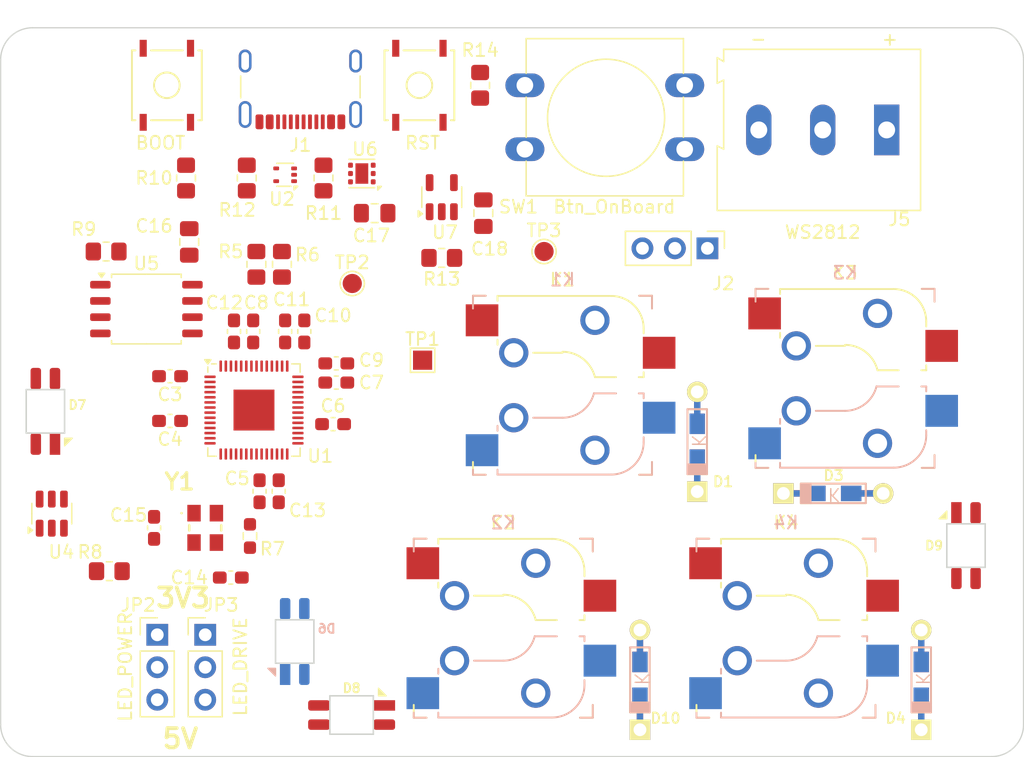
<source format=kicad_pcb>
(kicad_pcb (version 20240108) (generator "pcbnew") (generator_version "8.0")
  (layers (0 "F.Cu" signal) (31 "B.Cu" signal) (34 "B.Paste" user) (35 "F.Paste" user) (36 "B.SilkS" user "B.Silkscreen") (37 "F.SilkS" user "F.Silkscreen") (38 "B.Mask" user) (39 "F.Mask" user) (44 "Edge.Cuts" user))
  (net 0 "")
  (net 1 "GND")
  (net 2 "/Microcontroller/+1.1V")
  (net 3 "+3V3")
  (net 4 "Net-(C14-Pad2)")
  (net 5 "Net-(U1-XIN)")
  (net 6 "VBUS")
  (net 7 "/Key Switches/ROW_1")
  (net 8 "Net-(D1-A)")
  (net 9 "Net-(D3-A)")
  (net 10 "Net-(D4-A)")
  (net 16 "/Key Switches/ROW_2")
  (net 17 "/Lighting/DIN")
  (net 18 "/Lighting/PowerRail")
  (net 19 "Net-(D6-DOUT)")
  (net 20 "Net-(D7-DOUT)")
  (net 21 "Net-(D8-DOUT)")
  (net 22 "/External Connectors/LED_Data")
  (net 23 "Net-(D10-A)")
  (net 24 "/External Connectors/D-")
  (net 25 "/External Connectors/D+")
  (net 26 "/External Connectors/CC2")
  (net 28 "/External Connectors/CC1")
  (net 30 "/External Connectors/SWCLK")
  (net 31 "/External Connectors/SWD")
  (net 32 "/External Connectors/Btn-")
  (net 33 "Net-(JP3-B)")
  (net 34 "/Lighting/DIN_0")
  (net 35 "/Key Switches/COL_1")
  (net 36 "/Key Switches/COL_2")
  (net 37 "/9VTo5VSupply/VBatt_Sense")
  (net 38 "Net-(U1-USB_DP)")
  (net 39 "Net-(U1-USB_DM)")
  (net 40 "Net-(U1-XOUT)")
  (net 41 "Net-(U4-B)")
  (net 42 "/Microcontroller/QSPI_SS")
  (net 43 "Net-(R10-Pad1)")
  (net 44 "Net-(U7-EN)")
  (net 45 "Net-(U1-RUN)")
  (net 52 "/Microcontroller/QSPI_SD1")
  (net 60 "/Microcontroller/QSPI_SCLK")
  (net 62 "/Microcontroller/QSPI_SD2")
  (net 65 "/Microcontroller/QSPI_SD3")
  (net 70 "/Microcontroller/QSPI_SD0")
  (footprint "Capacitor_SMD:C_0805_2012Metric_Pad1.18x1.45mm_HandSolder" (layer "F.Cu") (at 115.25 81.5)
    (property "Reference" "C17" (at -0.25 1.75 180) (layer "F.SilkS"))
    (property "Value" "1μF")
    (pad "1" smd roundrect (at -1.0375 0) (size 1.175 1.45) (layers "F.Cu" "F.Paste" "F.Mask") (roundrect_rratio 0.212766) (net 6 "VBUS"))
    (pad "2" smd roundrect (at 1.0375 0) (size 1.175 1.45) (layers "F.Cu" "F.Paste" "F.Mask") (roundrect_rratio 0.212766) (net 1 "GND"))
  )
  (footprint "Resistor_SMD:R_0805_2012Metric_Pad1.20x1.40mm_HandSolder" (layer "F.Cu") (at 111.25 78.75 -90)
    (property "Reference" "R11" (at 2.75 0 180) (layer "F.SilkS"))
    (property "Value" "5.1k")
    (pad "1" smd roundrect (at -1 0 270) (size 1.2 1.4) (layers "F.Cu" "F.Paste" "F.Mask") (roundrect_rratio 0.208333) (net 28 "/External Connectors/CC1"))
    (pad "2" smd roundrect (at 1 0 270) (size 1.2 1.4) (layers "F.Cu" "F.Paste" "F.Mask") (roundrect_rratio 0.208333) (net 1 "GND"))
  )
  (footprint "TestPoint:TestPoint_Pad_D1.5mm" (layer "F.Cu") (at 128.5 84.5)
    (property "Reference" "TP3" (at 0 -1.648 0) (layer "F.SilkS"))
    (property "Value" "3V3")
    (pad "1" smd circle (at 0 0) (size 1.5 1.5) (layers "F.Cu" "F.Mask") (net 3 "+3V3"))
  )
  (footprint "Keebio-Parts:Diode-dual" (layer "F.Cu") (at 136 118 -90)
    (property "Reference" "D10" (at 3 -2 180) (layer "F.SilkS") (effects (font (size 0.8 0.8))))
    (property "Value" "1N4148W" (hide yes))
    (fp_text user "K" (at 0.5 0.5 -90) (layer "B.SilkS") (effects (font (thickness 0.1)) (justify left bottom mirror)))
    (fp_text user "K" (at 0.5 0.5 -90) (layer "F.SilkS") (effects (font (thickness 0.1)) (justify left bottom mirror)))
    (pad "1" smd rect (at 1.4 0 270) (size 1.6 1.2) (layers "F.Cu" "F.Paste" "F.Mask") (net 16 "/Key Switches/ROW_2"))
    (pad "1" smd rect (at 1.4 0 270) (size 1.6 1.2) (layers "B.Cu" "B.Paste" "B.Mask") (net 16 "/Key Switches/ROW_2"))
    (pad "1" smd rect (at 2.5 0 270) (size 2.9 0.5) (layers "F.Cu") (net 16 "/Key Switches/ROW_2"))
    (pad "1" smd rect (at 2.5 0 270) (size 2.9 0.5) (layers "B.Cu") (net 16 "/Key Switches/ROW_2"))
    (pad "1" thru_hole rect (at 3.9 0 270) (size 1.6 1.6) (drill 1) (layers "*.Cu" "*.Mask" "F.SilkS") (net 16 "/Key Switches/ROW_2"))
    (pad "2" thru_hole circle (at -3.9 0 270) (size 1.6 1.6) (drill 1) (layers "*.Cu" "*.Mask" "F.SilkS") (net 23 "Net-(D10-A)"))
    (pad "2" smd rect (at -2.5 0 270) (size 2.9 0.5) (layers "F.Cu") (net 23 "Net-(D10-A)"))
    (pad "2" smd rect (at -2.5 0 270) (size 2.9 0.5) (layers "B.Cu") (net 23 "Net-(D10-A)"))
    (pad "2" smd rect (at -1.4 0 270) (size 1.6 1.2) (layers "F.Cu" "F.Paste" "F.Mask") (net 23 "Net-(D10-A)"))
    (pad "2" smd rect (at -1.4 0 270) (size 1.6 1.2) (layers "B.Cu" "B.Paste" "B.Mask") (net 23 "Net-(D10-A)"))
  )
  (footprint "MountingHole:MountingHole_2.7mm_M2.5" (layer "F.Cu") (at 92 71)
    (property "Reference" "H1" (hide yes))
    (property "Value" "MountingHole" (hide yes))
    (pad "" np_thru_hole circle (at 0 0) (size 2.7 2.7) (drill 2.7) (layers "*.Cu" "*.Mask"))
  )
  (footprint "Resistor_SMD:R_0805_2012Metric_Pad1.20x1.40mm_HandSolder" (layer "F.Cu") (at 105.25 78.75 90)
    (property "Reference" "R12" (at -2.5 -0.75 180) (layer "F.SilkS"))
    (property "Value" "5.1k")
    (pad "1" smd roundrect (at -1 0 90) (size 1.2 1.4) (layers "F.Cu" "F.Paste" "F.Mask") (roundrect_rratio 0.208333) (net 1 "GND"))
    (pad "2" smd roundrect (at 1 0 90) (size 1.2 1.4) (layers "F.Cu" "F.Paste" "F.Mask") (roundrect_rratio 0.208333) (net 26 "/External Connectors/CC2"))
  )
  (footprint "Package_TO_SOT_SMD:SOT-23-5" (layer "F.Cu") (at 120.5 80.25 90)
    (property "Reference" "U7" (at -2.75 0.25 180) (layer "F.SilkS"))
    (property "Value" "AP2112K-3.3")
    (pad "1" smd roundrect (at -1.1375 -0.95 90) (size 1.325 0.6) (layers "F.Cu" "F.Paste" "F.Mask") (net 6 "VBUS"))
    (pad "2" smd roundrect (at -1.1375 0 90) (size 1.325 0.6) (layers "F.Cu" "F.Paste" "F.Mask") (net 1 "GND"))
    (pad "3" smd roundrect (at -1.1375 0.95 90) (size 1.325 0.6) (layers "F.Cu" "F.Paste" "F.Mask") (net 44 "Net-(U7-EN)"))
    (pad "4" smd roundrect (at 1.1375 0.95 90) (size 1.325 0.6) (layers "F.Cu" "F.Paste" "F.Mask"))
    (pad "5" smd roundrect (at 1.1375 -0.95 90) (size 1.325 0.6) (layers "F.Cu" "F.Paste" "F.Mask") (net 3 "+3V3"))
  )
  (footprint "Resistor_SMD:R_0805_2012Metric_Pad1.20x1.40mm_HandSolder" (layer "F.Cu") (at 100.5 78.75 -90)
    (property "Reference" "R10" (at 0 2.5 180) (layer "F.SilkS"))
    (property "Value" "1k")
    (pad "1" smd roundrect (at -1 0 270) (size 1.2 1.4) (layers "F.Cu" "F.Paste" "F.Mask") (roundrect_rratio 0.208333) (net 43 "Net-(R10-Pad1)"))
    (pad "2" smd roundrect (at 1 0 270) (size 1.2 1.4) (layers "F.Cu" "F.Paste" "F.Mask") (roundrect_rratio 0.208333) (net 42 "/Microcontroller/QSPI_SS"))
  )
  (footprint "Capacitor_SMD:C_0805_2012Metric_Pad1.18x1.45mm_HandSolder" (layer "F.Cu") (at 123.75 81.5 -90)
    (property "Reference" "C18" (at 2.7875 -0.5 180) (layer "F.SilkS"))
    (property "Value" "1μF")
    (pad "1" smd roundrect (at -1.0375 0 270) (size 1.175 1.45) (layers "F.Cu" "F.Paste" "F.Mask") (roundrect_rratio 0.212766) (net 3 "+3V3"))
    (pad "2" smd roundrect (at 1.0375 0 270) (size 1.175 1.45) (layers "F.Cu" "F.Paste" "F.Mask") (roundrect_rratio 0.212766) (net 1 "GND"))
  )
  (footprint "Resistor_SMD:R_0805_2012Metric_Pad1.20x1.40mm_HandSolder" (layer "F.Cu") (at 123.5 71.5 90)
    (property "Reference" "R14" (at 2.75 0 0) (layer "F.SilkS"))
    (property "Value" "10k")
    (pad "1" smd roundrect (at -1 0 90) (size 1.2 1.4) (layers "F.Cu" "F.Paste" "F.Mask") (roundrect_rratio 0.208333) (net 3 "+3V3"))
    (pad "2" smd roundrect (at 1 0 90) (size 1.2 1.4) (layers "F.Cu" "F.Paste" "F.Mask") (roundrect_rratio 0.208333) (net 45 "Net-(U1-RUN)"))
  )
  (footprint "TestPoint:TestPoint_Pad_1.5x1.5mm" (layer "F.Cu") (at 119 93)
    (property "Reference" "TP1" (at 0 -1.648 0) (layer "F.SilkS"))
    (property "Value" "GND")
    (pad "1" smd rect (at 0 0) (size 1.5 1.5) (layers "F.Cu" "F.Mask") (net 1 "GND"))
  )
  (footprint "Resistor_SMD:R_0805_2012Metric_Pad1.20x1.40mm_HandSolder" (layer "F.Cu") (at 106 85.5 90)
    (property "Reference" "R5" (at 1 -2 180) (layer "F.SilkS"))
    (property "Value" "27")
    (pad "1" smd roundrect (at -1 0 90) (size 1.2 1.4) (layers "F.Cu" "F.Paste" "F.Mask") (roundrect_rratio 0.208333) (net 38 "Net-(U1-USB_DP)"))
    (pad "2" smd roundrect (at 1 0 90) (size 1.2 1.4) (layers "F.Cu" "F.Paste" "F.Mask") (roundrect_rratio 0.208333) (net 25 "/External Connectors/D+"))
  )
  (footprint "TestPoint:TestPoint_Pad_D1.5mm" (layer "F.Cu") (at 113.5 87)
    (property "Reference" "TP2" (at 0 -1.648 0) (layer "F.SilkS"))
    (property "Value" "VBUS")
    (pad "1" smd circle (at 0 0) (size 1.5 1.5) (layers "F.Cu" "F.Mask") (net 6 "VBUS"))
  )
  (footprint "Capacitor_SMD:C_0603_1608Metric_Pad1.08x0.95mm_HandSolder" (layer "F.Cu") (at 112 98)
    (property "Reference" "C6" (at 0 -1.43 0) (layer "F.SilkS"))
    (property "Value" "100nF")
    (pad "1" smd roundrect (at -0.8625 0) (size 1.075 0.95) (layers "F.Cu" "F.Paste" "F.Mask") (net 3 "+3V3"))
    (pad "2" smd roundrect (at 0.8625 0) (size 1.075 0.95) (layers "F.Cu" "F.Paste" "F.Mask") (net 1 "GND"))
  )
  (footprint "Extra:SK6812-MINI-E_ReverseMount" (layer "F.Cu") (at 89.5 97 90)
    (property "Reference" "D7" (at 0.5 2.5 0) (layer "F.SilkS") (effects (font (size 0.7 0.7))))
    (property "Value" "~" (hide yes))
    (fp_line (start 1.7 -1.5) (end 1.7 1.5) (stroke (width 0.12)) (layer "Edge.Cuts"))
    (fp_line (start -1.7 -1.5) (end 1.7 -1.5) (stroke (width 0.12)) (layer "Edge.Cuts"))
    (fp_line (start 1.7 1.5) (end -1.7 1.5) (stroke (width 0.12)) (layer "Edge.Cuts"))
    (fp_line (start -1.7 1.5) (end -1.7 -1.5) (stroke (width 0.12)) (layer "Edge.Cuts"))
    (pad "1" smd rect (at -2.55 0.75 90) (size 1.7 0.82) (layers "F.Cu" "F.Paste" "F.Mask") (net 1 "GND"))
    (pad "2" smd roundrect (at -2.55 -0.75 90) (size 1.7 0.82) (layers "F.Cu" "F.Paste" "F.Mask") (net 19 "Net-(D6-DOUT)"))
    (pad "3" smd roundrect (at 2.55 -0.75 90) (size 1.7 0.82) (layers "F.Cu" "F.Paste" "F.Mask") (net 18 "/Lighting/PowerRail"))
    (pad "4" smd roundrect (at 2.55 0.75 90) (size 1.7 0.82) (layers "F.Cu" "F.Paste" "F.Mask") (net 20 "Net-(D7-DOUT)"))
  )
  (footprint "MountingHole:MountingHole_2.7mm_M2.5" (layer "F.Cu") (at 162 71)
    (property "Reference" "H2" (hide yes))
    (property "Value" "MountingHole" (hide yes))
    (pad "" np_thru_hole circle (at 0 0) (size 2.7 2.7) (drill 2.7) (layers "*.Cu" "*.Mask"))
  )
  (footprint "Extra:TL3342_EWI" (layer "F.Cu") (at 99 71.5 -90)
    (property "Reference" "SW3" (hide yes))
    (property "Value" "BOOT" (at 4.5 0.5 0) (layer "F.SilkS"))
    (pad "1" smd rect (at -2.8956 1.849999 270) (size 1.3208 0.5588) (layers "F.Cu" "F.Paste" "F.Mask") (net 1 "GND"))
    (pad "2" smd rect (at 2.8956 1.849999 270) (size 1.3208 0.5588) (layers "F.Cu" "F.Paste" "F.Mask") (net 1 "GND"))
    (pad "3" smd rect (at -2.8956 -1.849999 270) (size 1.3208 0.5588) (layers "F.Cu" "F.Paste" "F.Mask"))
    (pad "4" smd rect (at 2.8956 -1.849999 270) (size 1.3208 0.5588) (layers "F.Cu" "F.Paste" "F.Mask") (net 43 "Net-(R10-Pad1)"))
  )
  (footprint "Package_TO_SOT_SMD:SOT-553" (layer "F.Cu") (at 108.25 78.5 180)
    (property "Reference" "U2" (at 0.25 -1.9 0) (layer "F.SilkS"))
    (property "Value" "TPD2E2U06")
    (pad "1" smd roundrect (at -0.7 -0.5 180) (size 0.45 0.3) (layers "F.Cu" "F.Paste" "F.Mask") (net 1 "GND"))
    (pad "2" smd roundrect (at -0.7 0 180) (size 0.45 0.3) (layers "F.Cu" "F.Paste" "F.Mask") (net 1 "GND"))
    (pad "3" smd roundrect (at -0.7 0.5 180) (size 0.45 0.3) (layers "F.Cu" "F.Paste" "F.Mask") (net 24 "/External Connectors/D-"))
    (pad "4" smd roundrect (at 0.7 0.5 180) (size 0.45 0.3) (layers "F.Cu" "F.Paste" "F.Mask") (net 1 "GND"))
    (pad "5" smd roundrect (at 0.7 -0.5 180) (size 0.45 0.3) (layers "F.Cu" "F.Paste" "F.Mask") (net 25 "/External Connectors/D+"))
  )
  (footprint "Extra:SK6812-MINI-E_ReverseMount" (layer "F.Cu") (at 113.45 120.75 180)
    (property "Reference" "D8" (at 0 2.1 0) (layer "F.SilkS") (effects (font (size 0.7 0.7))))
    (property "Value" "~" (hide yes))
    (fp_line (start 1.7 1.5) (end -1.7 1.5) (stroke (width 0.12)) (layer "Edge.Cuts"))
    (fp_line (start 1.7 -1.5) (end 1.7 1.5) (stroke (width 0.12)) (layer "Edge.Cuts"))
    (fp_line (start -1.7 1.5) (end -1.7 -1.5) (stroke (width 0.12)) (layer "Edge.Cuts"))
    (fp_line (start -1.7 -1.5) (end 1.7 -1.5) (stroke (width 0.12)) (layer "Edge.Cuts"))
    (pad "1" smd rect (at -2.55 0.75 180) (size 1.7 0.82) (layers "F.Cu" "F.Paste" "F.Mask") (net 1 "GND"))
    (pad "2" smd roundrect (at -2.55 -0.75 180) (size 1.7 0.82) (layers "F.Cu" "F.Paste" "F.Mask") (net 20 "Net-(D7-DOUT)"))
    (pad "3" smd roundrect (at 2.55 -0.75 180) (size 1.7 0.82) (layers "F.Cu" "F.Paste" "F.Mask") (net 18 "/Lighting/PowerRail"))
    (pad "4" smd roundrect (at 2.55 0.75 180) (size 1.7 0.82) (layers "F.Cu" "F.Paste" "F.Mask") (net 21 "Net-(D8-DOUT)"))
  )
  (footprint "Resistor_SMD:R_0805_2012Metric_Pad1.20x1.40mm_HandSolder" (layer "F.Cu") (at 94.5 109.5 180)
    (property "Reference" "R8" (at 1.5 1.5 180) (layer "F.SilkS"))
    (property "Value" "470")
    (pad "1" smd roundrect (at -1 0 180) (size 1.2 1.4) (layers "F.Cu" "F.Paste" "F.Mask") (roundrect_rratio 0.208333) (net 33 "Net-(JP3-B)"))
    (pad "2" smd roundrect (at 1 0 180) (size 1.2 1.4) (layers "F.Cu" "F.Paste" "F.Mask") (roundrect_rratio 0.208333) (net 41 "Net-(U4-B)"))
  )
  (footprint "Resistor_SMD:R_0805_2012Metric_Pad1.20x1.40mm_HandSolder" (layer "F.Cu") (at 108 85.5 90)
    (property "Reference" "R6" (at 0.75 2 180) (layer "F.SilkS"))
    (property "Value" "27")
    (pad "1" smd roundrect (at -1 0 90) (size 1.2 1.4) (layers "F.Cu" "F.Paste" "F.Mask") (roundrect_rratio 0.208333) (net 39 "Net-(U1-USB_DM)"))
    (pad "2" smd roundrect (at 1 0 90) (size 1.2 1.4) (layers "F.Cu" "F.Paste" "F.Mask") (roundrect_rratio 0.208333) (net 24 "/External Connectors/D-"))
  )
  (footprint "Capacitor_SMD:C_0603_1608Metric_Pad1.08x0.95mm_HandSolder" (layer "F.Cu") (at 107.75 103.25 -90)
    (property "Reference" "C13" (at 1.5 -2.25 180) (layer "F.SilkS"))
    (property "Value" "100nF")
    (pad "1" smd roundrect (at -0.8625 0 270) (size 1.075 0.95) (layers "F.Cu" "F.Paste" "F.Mask") (net 2 "/Microcontroller/+1.1V"))
    (pad "2" smd roundrect (at 0.8625 0 270) (size 1.075 0.95) (layers "F.Cu" "F.Paste" "F.Mask") (net 1 "GND"))
  )
  (footprint "MountingHole:MountingHole_2.7mm_M2.5" (layer "F.Cu") (at 162 118)
    (property "Reference" "H4" (hide yes))
    (property "Value" "MountingHole" (hide yes))
    (pad "" np_thru_hole circle (at 0 0) (size 2.7 2.7) (drill 2.7) (layers "*.Cu" "*.Mask"))
  )
  (footprint "Capacitor_SMD:C_0805_2012Metric_Pad1.18x1.45mm_HandSolder" (layer "F.Cu") (at 100.75 83.75 90)
    (property "Reference" "C16" (at 1.25 -2.75 180) (layer "F.SilkS"))
    (property "Value" "100nF")
    (pad "1" smd roundrect (at -1.0375 0 90) (size 1.175 1.45) (layers "F.Cu" "F.Paste" "F.Mask") (roundrect_rratio 0.212766) (net 3 "+3V3"))
    (pad "2" smd roundrect (at 1.0375 0 90) (size 1.175 1.45) (layers "F.Cu" "F.Paste" "F.Mask") (roundrect_rratio 0.212766) (net 1 "GND"))
  )
  (footprint "TerminalBlock:TerminalBlock_Altech_AK300-3_P5.00mm" (layer "F.Cu") (at 155.295 74.99 180)
    (property "Reference" "J5" (at -1 -7 0) (layer "F.SilkS"))
    (property "Value" "WS2812" (at 5 -8 0) (layer "F.SilkS"))
    (pad "1" thru_hole rect (at 0 0 180) (size 1.98 3.96) (drill 1.32) (layers "*.Cu" "*.Mask") (net 18 "/Lighting/PowerRail"))
    (pad "2" thru_hole oval (at 5 0 180) (size 1.98 3.96) (drill 1.32) (layers "*.Cu" "*.Mask") (net 22 "/External Connectors/LED_Data"))
    (pad "3" thru_hole oval (at 10 0 180) (size 1.98 3.96) (drill 1.32) (layers "*.Cu" "*.Mask") (net 1 "GND"))
  )
  (footprint "Capacitor_SMD:C_0603_1608Metric_Pad1.08x0.95mm_HandSolder" (layer "F.Cu") (at 109.75 90.75 90)
    (property "Reference" "C10" (at 1.25 2.25 180) (layer "F.SilkS"))
    (property "Value" "1μF")
    (pad "1" smd roundrect (at -0.8625 0 90) (size 1.075 0.95) (layers "F.Cu" "F.Paste" "F.Mask") (net 3 "+3V3"))
    (pad "2" smd roundrect (at 0.8625 0 90) (size 1.075 0.95) (layers "F.Cu" "F.Paste" "F.Mask") (net 1 "GND"))
  )
  (footprint "Capacitor_SMD:C_0603_1608Metric_Pad1.08x0.95mm_HandSolder" (layer "F.Cu") (at 104 110)
    (property "Reference" "C14" (at -3.25 0 0) (layer "F.SilkS"))
    (property "Value" "15pF")
    (pad "1" smd roundrect (at -0.8625 0) (size 1.075 0.95) (layers "F.Cu" "F.Paste" "F.Mask") (net 1 "GND"))
    (pad "2" smd roundrect (at 0.8625 0) (size 1.075 0.95) (layers "F.Cu" "F.Paste" "F.Mask") (net 4 "Net-(C14-Pad2)"))
  )
  (footprint "keyswitches:Kailh_socket_MX_optional_reversible" (layer "F.Cu") (at 152.04 94.42)
    (property "Reference" "K3" (at 0 -8.255 0) (layer "F.SilkS"))
    (property "Value" "SW_Push")
    (fp_text user "${REFERENCE}" (at 0 -8.255 0) (layer "B.SilkS") (effects (justify mirror)))
    (pad "" np_thru_hole circle (at -5.08 0) (size 1.7018 1.7018) (drill 1.7018) (layers "*.Cu" "*.Mask"))
    (pad "" np_thru_hole circle (at -2.54 -5.08) (size 3 3) (drill 3) (layers "*.Cu" "*.Mask"))
    (pad "" np_thru_hole circle (at -2.54 5.08) (size 3 3) (drill 3) (layers "*.Cu" "*.Mask"))
    (pad "" np_thru_hole circle (at 0 0) (size 3.9878 3.9878) (drill 3.9878) (layers "*.Cu" "*.Mask"))
    (pad "" np_thru_hole circle (at 3.81 -2.54) (size 3 3) (drill 3) (layers "*.Cu" "*.Mask"))
    (pad "" np_thru_hole circle (at 3.81 2.54) (size 3 3) (drill 3) (layers "*.Cu" "*.Mask"))
    (pad "" np_thru_hole circle (at 5.08 0) (size 1.7018 1.7018) (drill 1.7018) (layers "*.Cu" "*.Mask"))
    (pad "1" smd rect (at -6.29 -5.08) (size 2.55 2.5) (layers "F.Cu" "F.Paste" "F.Mask") (net 36 "/Key Switches/COL_2"))
    (pad "1" smd rect (at -6.29 5.08) (size 2.55 2.5) (layers "B.Cu" "B.Paste" "B.Mask") (net 36 "/Key Switches/COL_2"))
    (pad "1" thru_hole circle (at -3.81 -2.54) (size 2.286 2.286) (drill 1.4986) (layers "*.Cu" "*.Mask") (net 36 "/Key Switches/COL_2"))
    (pad "1" thru_hole circle (at -3.81 2.54) (size 2.286 2.286) (drill 1.4986) (layers "*.Cu" "*.Mask") (net 36 "/Key Switches/COL_2"))
    (pad "2" thru_hole circle (at 2.54 -5.08) (size 2.286 2.286) (drill 1.4986) (layers "*.Cu" "*.Mask") (net 9 "Net-(D3-A)"))
    (pad "2" thru_hole circle (at 2.54 5.08) (size 2.286 2.286) (drill 1.4986) (layers "*.Cu" "*.Mask") (net 9 "Net-(D3-A)"))
    (pad "2" smd rect (at 7.56 -2.54) (size 2.55 2.5) (layers "F.Cu" "F.Paste" "F.Mask") (net 9 "Net-(D3-A)"))
    (pad "2" smd rect (at 7.56 2.54) (size 2.55 2.5) (layers "B.Cu" "B.Paste" "B.Mask") (net 9 "Net-(D3-A)"))
  )
  (footprint "Extra:TL3342_EWI" (layer "F.Cu") (at 118.75 71.5 -90)
    (property "Reference" "SW2" (hide yes))
    (property "Value" "RST" (at 4.5 -0.25 0) (layer "F.SilkS"))
    (pad "1" smd rect (at -2.8956 1.849999 270) (size 1.3208 0.5588) (layers "F.Cu" "F.Paste" "F.Mask") (net 1 "GND"))
    (pad "2" smd rect (at 2.8956 1.849999 270) (size 1.3208 0.5588) (layers "F.Cu" "F.Paste" "F.Mask") (net 1 "GND"))
    (pad "3" smd rect (at -2.8956 -1.849999 270) (size 1.3208 0.5588) (layers "F.Cu" "F.Paste" "F.Mask"))
    (pad "4" smd rect (at 2.8956 -1.849999 270) (size 1.3208 0.5588) (layers "F.Cu" "F.Paste" "F.Mask") (net 45 "Net-(U1-RUN)"))
  )
  (footprint "Package_SON:WSON-6-1EP_2x2mm_P0.65mm_EP1x1.6mm" (layer "F.Cu") (at 114.25 78.4 180)
    (property "Reference" "U6" (at -0.25 1.9 180) (layer "F.SilkS"))
    (property "Value" "TVS0500DRV")
    (pad "1" smd roundrect (at -0.8875 -0.65 180) (size 0.375 0.4) (layers "F.Cu" "F.Paste" "F.Mask") (net 1 "GND"))
    (pad "2" smd roundrect (at -0.8875 0 180) (size 0.375 0.4) (layers "F.Cu" "F.Paste" "F.Mask") (net 1 "GND"))
    (pad "3" smd roundrect (at -0.8875 0.65 180) (size 0.375 0.4) (layers "F.Cu" "F.Paste" "F.Mask") (net 1 "GND"))
    (pad "4" smd roundrect (at 0.8875 0.65 180) (size 0.375 0.4) (layers "F.Cu" "F.Paste" "F.Mask") (net 6 "VBUS"))
    (pad "5" smd roundrect (at 0.8875 0 180) (size 0.375 0.4) (layers "F.Cu" "F.Paste" "F.Mask") (net 6 "VBUS"))
    (pad "6" smd roundrect (at 0.8875 -0.65 180) (size 0.375 0.4) (layers "F.Cu" "F.Paste" "F.Mask") (net 6 "VBUS"))
    (pad "7" smd rect (at 0 0 180) (size 1 1.6) (property pad_prop_heatsink) (layers "F.Cu" "F.Mask") (net 1 "GND"))
  )
  (footprint "Capacitor_SMD:C_0603_1608Metric_Pad1.08x0.95mm_HandSolder" (layer "F.Cu") (at 99.25 97.75 180)
    (property "Reference" "C4" (at 0 -1.43 0) (layer "F.SilkS"))
    (property "Value" "100nF")
    (pad "1" smd roundrect (at -0.8625 0 180) (size 1.075 0.95) (layers "F.Cu" "F.Paste" "F.Mask") (net 3 "+3V3"))
    (pad "2" smd roundrect (at 0.8625 0 180) (size 1.075 0.95) (layers "F.Cu" "F.Paste" "F.Mask") (net 1 "GND"))
  )
  (footprint "Keebio-Parts:Diode-dual" (layer "F.Cu") (at 140.48 99.375 -90)
    (property "Reference" "D1" (at 3.125 -2.02 180) (layer "F.SilkS") (effects (font (size 0.8 0.8))))
    (property "Value" "1N4148W" (hide yes))
    (fp_text user "K" (at 0.5 0.5 -90) (layer "B.SilkS") (effects (font (thickness 0.1)) (justify left bottom mirror)))
    (fp_text user "K" (at 0.5 0.5 -90) (layer "F.SilkS") (effects (font (thickness 0.1)) (justify left bottom mirror)))
    (pad "1" smd rect (at 1.4 0 270) (size 1.6 1.2) (layers "F.Cu" "F.Paste" "F.Mask") (net 7 "/Key Switches/ROW_1"))
    (pad "1" smd rect (at 1.4 0 270) (size 1.6 1.2) (layers "B.Cu" "B.Paste" "B.Mask") (net 7 "/Key Switches/ROW_1"))
    (pad "1" smd rect (at 2.5 0 270) (size 2.9 0.5) (layers "F.Cu") (net 7 "/Key Switches/ROW_1"))
    (pad "1" smd rect (at 2.5 0 270) (size 2.9 0.5) (layers "B.Cu") (net 7 "/Key Switches/ROW_1"))
    (pad "1" thru_hole rect (at 3.9 0 270) (size 1.6 1.6) (drill 1) (layers "*.Cu" "*.Mask" "F.SilkS") (net 7 "/Key Switches/ROW_1"))
    (pad "2" thru_hole circle (at -3.9 0 270) (size 1.6 1.6) (drill 1) (layers "*.Cu" "*.Mask" "F.SilkS") (net 8 "Net-(D1-A)"))
    (pad "2" smd rect (at -2.5 0 270) (size 2.9 0.5) (layers "F.Cu") (net 8 "Net-(D1-A)"))
    (pad "2" smd rect (at -2.5 0 270) (size 2.9 0.5) (layers "B.Cu") (net 8 "Net-(D1-A)"))
    (pad "2" smd rect (at -1.4 0 270) (size 1.6 1.2) (layers "F.Cu" "F.Paste" "F.Mask") (net 8 "Net-(D1-A)"))
    (pad "2" smd rect (at -1.4 0 270) (size 1.6 1.2) (layers "B.Cu" "B.Paste" "B.Mask") (net 8 "Net-(D1-A)"))
  )
  (footprint "Capacitor_SMD:C_0603_1608Metric_Pad1.08x0.95mm_HandSolder" (layer "F.Cu") (at 98 106.1125 90)
    (property "Reference" "C15" (at 1 -2 180) (layer "F.SilkS"))
    (property "Value" "15pF")
    (pad "1" smd roundrect (at -0.8625 0 90) (size 1.075 0.95) (layers "F.Cu" "F.Paste" "F.Mask") (net 1 "GND"))
    (pad "2" smd roundrect (at 0.8625 0 90) (size 1.075 0.95) (layers "F.Cu" "F.Paste" "F.Mask") (net 5 "Net-(U1-XIN)"))
  )
  (footprint "Resistor_SMD:R_0603_1608Metric_Pad0.98x0.95mm_HandSolder" (layer "F.Cu") (at 105.5 106.75 90)
    (property "Reference" "R7" (at -1 1.75 180) (layer "F.SilkS"))
    (property "Value" "1k")
    (pad "1" smd roundrect (at -0.9125 0 90) (size 0.975 0.95) (layers "F.Cu" "F.Paste" "F.Mask") (net 4 "Net-(C14-Pad2)"))
    (pad "2" smd roundrect (at 0.9125 0 90) (size 0.975 0.95) (layers "F.Cu" "F.Paste" "F.Mask") (net 40 "Net-(U1-XOUT)"))
  )
  (footprint "Connector_PinHeader_2.54mm:PinHeader_1x03_P2.54mm_Vertical" (layer "F.Cu") (at 98.25 114.475)
    (property "Reference" "JP2" (at -1.5 -2.33 0) (layer "F.SilkS"))
    (property "Value" "LED_POWER" (at -2.5 2.5 270) (layer "F.SilkS"))
    (pad "1" thru_hole rect (at 0 0) (size 1.7 1.7) (drill 1) (layers "*.Cu" "*.Mask") (net 3 "+3V3"))
    (pad "2" thru_hole oval (at 0 2.54) (size 1.7 1.7) (drill 1) (layers "*.Cu" "*.Mask") (net 18 "/Lighting/PowerRail"))
    (pad "3" thru_hole oval (at 0 5.08) (size 1.7 1.7) (drill 1) (layers "*.Cu" "*.Mask") (net 6 "VBUS"))
  )
  (footprint "keyswitches:Kailh_socket_MX_optional_reversible" (layer "F.Cu") (at 125.31 113.96)
    (property "Reference" "K2" (at 0 -8.255 0) (layer "F.SilkS"))
    (property "Value" "SW_Push")
    (fp_text user "${REFERENCE}" (at 0 -8.255 0) (layer "B.SilkS") (effects (justify mirror)))
    (pad "" np_thru_hole circle (at -5.08 0) (size 1.7018 1.7018) (drill 1.7018) (layers "*.Cu" "*.Mask"))
    (pad "" np_thru_hole circle (at -2.54 -5.08) (size 3 3) (drill 3) (layers "*.Cu" "*.Mask"))
    (pad "" np_thru_hole circle (at -2.54 5.08) (size 3 3) (drill 3) (layers "*.Cu" "*.Mask"))
    (pad "" np_thru_hole circle (at 0 0) (size 3.9878 3.9878) (drill 3.9878) (layers "*.Cu" "*.Mask"))
    (pad "" np_thru_hole circle (at 3.81 -2.54) (size 3 3) (drill 3) (layers "*.Cu" "*.Mask"))
    (pad "" np_thru_hole circle (at 3.81 2.54) (size 3 3) (drill 3) (layers "*.Cu" "*.Mask"))
    (pad "" np_thru_hole circle (at 5.08 0) (size 1.7018 1.7018) (drill 1.7018) (layers "*.Cu" "*.Mask"))
    (pad "1" smd rect (at -6.29 -5.08) (size 2.55 2.5) (layers "F.Cu" "F.Paste" "F.Mask") (net 35 "/Key Switches/COL_1"))
    (pad "1" smd rect (at -6.29 5.08) (size 2.55 2.5) (layers "B.Cu" "B.Paste" "B.Mask") (net 35 "/Key Switches/COL_1"))
    (pad "1" thru_hole circle (at -3.81 -2.54) (size 2.286 2.286) (drill 1.4986) (layers "*.Cu" "*.Mask") (net 35 "/Key Switches/COL_1"))
    (pad "1" thru_hole circle (at -3.81 2.54) (size 2.286 2.286) (drill 1.4986) (layers "*.Cu" "*.Mask") (net 35 "/Key Switches/COL_1"))
    (pad "2" thru_hole circle (at 2.54 -5.08) (size 2.286 2.286) (drill 1.4986) (layers "*.Cu" "*.Mask") (net 23 "Net-(D10-A)"))
    (pad "2" thru_hole circle (at 2.54 5.08) (size 2.286 2.286) (drill 1.4986) (layers "*.Cu" "*.Mask") (net 23 "Net-(D10-A)"))
    (pad "2" smd rect (at 7.56 -2.54) (size 2.55 2.5) (layers "F.Cu" "F.Paste" "F.Mask") (net 23 "Net-(D10-A)"))
    (pad "2" smd rect (at 7.56 2.54) (size 2.55 2.5) (layers "B.Cu" "B.Paste" "B.Mask") (net 23 "Net-(D10-A)"))
  )
  (footprint "Capacitor_SMD:C_0603_1608Metric_Pad1.08x0.95mm_HandSolder" (layer "F.Cu") (at 105.75 90.75 90)
    (property "Reference" "C8" (at 2.25 0.25 180) (layer "F.SilkS"))
    (property "Value" "100nF")
    (pad "1" smd roundrect (at -0.8625 0 90) (size 1.075 0.95) (layers "F.Cu" "F.Paste" "F.Mask") (net 3 "+3V3"))
    (pad "2" smd roundrect (at 0.8625 0 90) (size 1.075 0.95) (layers "F.Cu" "F.Paste" "F.Mask") (net 1 "GND"))
  )
  (footprint "Package_SO:SOIC-8_5.23x5.23mm_P1.27mm" (layer "F.Cu") (at 97.4 89)
    (property "Reference" "U5" (at 0 -3.56 0) (layer "F.SilkS"))
    (property "Value" "W25Q128JVSIQ" (hide yes))
    (pad "1" smd roundrect (at -3.6 -1.905) (size 1.6 0.6) (layers "F.Cu" "F.Paste" "F.Mask") (net 42 "/Microcontroller/QSPI_SS"))
    (pad "2" smd roundrect (at -3.6 -0.635) (size 1.6 0.6) (layers "F.Cu" "F.Paste" "F.Mask") (net 52 "/Microcontroller/QSPI_SD1"))
    (pad "3" smd roundrect (at -3.6 0.635) (size 1.6 0.6) (layers "F.Cu" "F.Paste" "F.Mask") (net 62 "/Microcontroller/QSPI_SD2"))
    (pad "4" smd roundrect (at -3.6 1.905) (size 1.6 0.6) (layers "F.Cu" "F.Paste" "F.Mask") (net 1 "GND"))
    (pad "5" smd roundrect (at 3.6 1.905) (size 1.6 0.6) (layers "F.Cu" "F.Paste" "F.Mask") (net 70 "/Microcontroller/QSPI_SD0"))
    (pad "6" smd roundrect (at 3.6 0.635) (size 1.6 0.6) (layers "F.Cu" "F.Paste" "F.Mask") (net 60 "/Microcontroller/QSPI_SCLK"))
    (pad "7" smd roundrect (at 3.6 -0.635) (size 1.6 0.6) (layers "F.Cu" "F.Paste" "F.Mask") (net 65 "/Microcontroller/QSPI_SD3"))
    (pad "8" smd roundrect (at 3.6 -1.905) (size 1.6 0.6) (layers "F.Cu" "F.Paste" "F.Mask") (net 3 "+3V3"))
  )
  (footprint "Button_Switch_THT:SW_PUSH-12mm" (layer "F.Cu") (at 127 71.5)
    (property "Reference" "SW1" (at -0.5 9.5 180) (layer "F.SilkS"))
    (property "Value" "Btn_OnBoard" (at 7 9.5 180) (layer "F.SilkS"))
    (pad "1" thru_hole oval (at 0 0) (size 3.048 1.85) (drill 1.3) (layers "*.Cu" "*.Mask") (net 3 "+3V3"))
    (pad "1" thru_hole oval (at 12.5 0) (size 3.048 1.85) (drill 1.3) (layers "*.Cu" "*.Mask") (net 3 "+3V3"))
    (pad "2" thru_hole oval (at 0 5) (size 3.048 1.85) (drill 1.3) (layers "*.Cu" "*.Mask") (net 32 "/External Connectors/Btn-"))
    (pad "2" thru_hole oval (at 12.5 5) (size 3.048 1.85) (drill 1.3) (layers "*.Cu" "*.Mask") (net 32 "/External Connectors/Btn-"))
  )
  (footprint "Package_TO_SOT_SMD:SOT-23-6" (layer "F.Cu") (at 90 105 90)
    (property "Reference" "U4" (at -3 0.75 180) (layer "F.SilkS"))
    (property "Value" "TXS0101DBV")
    (pad "1" smd roundrect (at -1.1375 -0.95 90) (size 1.325 0.6) (layers "F.Cu" "F.Paste" "F.Mask") (net 3 "+3V3"))
    (pad "2" smd roundrect (at -1.1375 0 90) (size 1.325 0.6) (layers "F.Cu" "F.Paste" "F.Mask") (net 1 "GND"))
    (pad "3" smd roundrect (at -1.1375 0.95 90) (size 1.325 0.6) (layers "F.Cu" "F.Paste" "F.Mask") (net 34 "/Lighting/DIN_0"))
    (pad "4" smd roundrect (at 1.1375 0.95 90) (size 1.325 0.6) (layers "F.Cu" "F.Paste" "F.Mask") (net 41 "Net-(U4-B)"))
    (pad "5" smd roundrect (at 1.1375 0 90) (size 1.325 0.6) (layers "F.Cu" "F.Paste" "F.Mask") (net 3 "+3V3"))
    (pad "6" smd roundrect (at 1.1375 -0.95 90) (size 1.325 0.6) (layers "F.Cu" "F.Paste" "F.Mask") (net 6 "VBUS"))
  )
  (footprint "Capacitor_SMD:C_0603_1608Metric_Pad1.08x0.95mm_HandSolder" (layer "F.Cu") (at 99.25 94.25 180)
    (property "Reference" "C3" (at 0 -1.43 0) (layer "F.SilkS"))
    (property "Value" "100nF")
    (pad "1" smd roundrect (at -0.8625 0 180) (size 1.075 0.95) (layers "F.Cu" "F.Paste" "F.Mask") (net 3 "+3V3"))
    (pad "2" smd roundrect (at 0.8625 0 180) (size 1.075 0.95) (layers "F.Cu" "F.Paste" "F.Mask") (net 1 "GND"))
  )
  (footprint "Connector_PinHeader_2.54mm:PinHeader_1x03_P2.54mm_Vertical" (layer "F.Cu") (at 102 114.475)
    (property "Reference" "JP3" (at 1.25 -2.33 0) (layer "F.SilkS"))
    (property "Value" "LED_DRIVE" (at 2.75 2.5 270) (layer "F.SilkS"))
    (pad "1" thru_hole rect (at 0 0) (size 1.7 1.7) (drill 1) (layers "*.Cu" "*.Mask") (net 34 "/Lighting/DIN_0"))
    (pad "2" thru_hole oval (at 0 2.54) (size 1.7 1.7) (drill 1) (layers "*.Cu" "*.Mask") (net 17 "/Lighting/DIN"))
    (pad "3" thru_hole oval (at 0 5.08) (size 1.7 1.7) (drill 1) (layers "*.Cu" "*.Mask") (net 33 "Net-(JP3-B)"))
  )
  (footprint "Keebio-Parts:Diode-dual" (layer "F.Cu") (at 158 118 -90)
    (property "Reference" "D4" (at 3 2 180) (layer "F.SilkS") (effects (font (size 0.8 0.8))))
    (property "Value" "1N4148W" (hide yes))
    (fp_text user "K" (at 0.5 0.5 -90) (layer "B.SilkS") (effects (font (thickness 0.1)) (justify left bottom mirror)))
    (fp_text user "K" (at 0.5 0.5 -90) (layer "F.SilkS") (effects (font (thickness 0.1)) (justify left bottom mirror)))
    (pad "1" smd rect (at 1.4 0 270) (size 1.6 1.2) (layers "F.Cu" "F.Paste" "F.Mask") (net 16 "/Key Switches/ROW_2"))
    (pad "1" smd rect (at 1.4 0 270) (size 1.6 1.2) (layers "B.Cu" "B.Paste" "B.Mask") (net 16 "/Key Switches/ROW_2"))
    (pad "1" smd rect (at 2.5 0 270) (size 2.9 0.5) (layers "F.Cu") (net 16 "/Key Switches/ROW_2"))
    (pad "1" smd rect (at 2.5 0 270) (size 2.9 0.5) (layers "B.Cu") (net 16 "/Key Switches/ROW_2"))
    (pad "1" thru_hole rect (at 3.9 0 270) (size 1.6 1.6) (drill 1) (layers "*.Cu" "*.Mask" "F.SilkS") (net 16 "/Key Switches/ROW_2"))
    (pad "2" thru_hole circle (at -3.9 0 270) (size 1.6 1.6) (drill 1) (layers "*.Cu" "*.Mask" "F.SilkS") (net 10 "Net-(D4-A)"))
    (pad "2" smd rect (at -2.5 0 270) (size 2.9 0.5) (layers "F.Cu") (net 10 "Net-(D4-A)"))
    (pad "2" smd rect (at -2.5 0 270) (size 2.9 0.5) (layers "B.Cu") (net 10 "Net-(D4-A)"))
    (pad "2" smd rect (at -1.4 0 270) (size 1.6 1.2) (layers "F.Cu" "F.Paste" "F.Mask") (net 10 "Net-(D4-A)"))
    (pad "2" smd rect (at -1.4 0 270) (size 1.6 1.2) (layers "B.Cu" "B.Paste" "B.Mask") (net 10 "Net-(D4-A)"))
  )
  (footprint "Capacitor_SMD:C_0603_1608Metric_Pad1.08x0.95mm_HandSolder" (layer "F.Cu") (at 112.25 93.25)
    (property "Reference" "C9" (at 2.75 -0.25 0) (layer "F.SilkS"))
    (property "Value" "100nF")
    (pad "1" smd roundrect (at -0.8625 0) (size 1.075 0.95) (layers "F.Cu" "F.Paste" "F.Mask") (net 3 "+3V3"))
    (pad "2" smd roundrect (at 0.8625 0) (size 1.075 0.95) (layers "F.Cu" "F.Paste" "F.Mask") (net 1 "GND"))
  )
  (footprint "Resistor_SMD:R_0805_2012Metric_Pad1.20x1.40mm_HandSolder" (layer "F.Cu") (at 120.5 85 180)
    (property "Reference" "R13" (at 0 -1.65 0) (layer "F.SilkS"))
    (property "Value" "10k")
    (pad "1" smd roundrect (at -1 0 180) (size 1.2 1.4) (layers "F.Cu" "F.Paste" "F.Mask") (roundrect_rratio 0.208333) (net 44 "Net-(U7-EN)"))
    (pad "2" smd roundrect (at 1 0 180) (size 1.2 1.4) (layers "F.Cu" "F.Paste" "F.Mask") (roundrect_rratio 0.208333) (net 6 "VBUS"))
  )
  (footprint "Connector_PinHeader_2.54mm:PinHeader_1x03_P2.54mm_Vertical" (layer "F.Cu") (at 141.275 84.25 -90)
    (property "Reference" "J2" (at 2.75 -1.25 180) (layer "F.SilkS"))
    (property "Value" "DBG")
    (pad "1" thru_hole rect (at 0 0 270) (size 1.7 1.7) (drill 1) (layers "*.Cu" "*.Mask") (net 30 "/External Connectors/SWCLK"))
    (pad "2" thru_hole oval (at 0 2.54 270) (size 1.7 1.7) (drill 1) (layers "*.Cu" "*.Mask") (net 1 "GND"))
    (pad "3" thru_hole oval (at 0 5.08 270) (size 1.7 1.7) (drill 1) (layers "*.Cu" "*.Mask") (net 31 "/External Connectors/SWD"))
  )
  (footprint "Capacitor_SMD:C_0603_1608Metric_Pad1.08x0.95mm_HandSolder" (layer "F.Cu") (at 112.25 94.75)
    (property "Reference" "C7" (at 2.75 0 0) (layer "F.SilkS"))
    (property "Value" "100nF")
    (pad "1" smd roundrect (at -0.8625 0) (size 1.075 0.95) (layers "F.Cu" "F.Paste" "F.Mask") (net 3 "+3V3"))
    (pad "2" smd roundrect (at 0.8625 0) (size 1.075 0.95) (layers "F.Cu" "F.Paste" "F.Mask") (net 1 "GND"))
  )
  (footprint "keyswitches:Kailh_socket_MX_optional_reversible" (layer "F.Cu") (at 129.94 94.96)
    (property "Reference" "K1" (at 0 -8.255 0) (layer "F.SilkS"))
    (property "Value" "SW_Push")
    (fp_text user "${REFERENCE}" (at 0 -8.255 0) (layer "B.SilkS") (effects (justify mirror)))
    (pad "" np_thru_hole circle (at -5.08 0) (size 1.7018 1.7018) (drill 1.7018) (layers "*.Cu" "*.Mask"))
    (pad "" np_thru_hole circle (at -2.54 -5.08) (size 3 3) (drill 3) (layers "*.Cu" "*.Mask"))
    (pad "" np_thru_hole circle (at -2.54 5.08) (size 3 3) (drill 3) (layers "*.Cu" "*.Mask"))
    (pad "" np_thru_hole circle (at 0 0) (size 3.9878 3.9878) (drill 3.9878) (layers "*.Cu" "*.Mask"))
    (pad "" np_thru_hole circle (at 3.81 -2.54) (size 3 3) (drill 3) (layers "*.Cu" "*.Mask"))
    (pad "" np_thru_hole circle (at 3.81 2.54) (size 3 3) (drill 3) (layers "*.Cu" "*.Mask"))
    (pad "" np_thru_hole circle (at 5.08 0) (size 1.7018 1.7018) (drill 1.7018) (layers "*.Cu" "*.Mask"))
    (pad "1" smd rect (at -6.29 -5.08) (size 2.55 2.5) (layers "F.Cu" "F.Paste" "F.Mask") (net 35 "/Key Switches/COL_1"))
    (pad "1" smd rect (at -6.29 5.08) (size 2.55 2.5) (layers "B.Cu" "B.Paste" "B.Mask") (net 35 "/Key Switches/COL_1"))
    (pad "1" thru_hole circle (at -3.81 -2.54) (size 2.286 2.286) (drill 1.4986) (layers "*.Cu" "*.Mask") (net 35 "/Key Switches/COL_1"))
    (pad "1" thru_hole circle (at -3.81 2.54) (size 2.286 2.286) (drill 1.4986) (layers "*.Cu" "*.Mask") (net 35 "/Key Switches/COL_1"))
    (pad "2" thru_hole circle (at 2.54 -5.08) (size 2.286 2.286) (drill 1.4986) (layers "*.Cu" "*.Mask") (net 8 "Net-(D1-A)"))
    (pad "2" thru_hole circle (at 2.54 5.08) (size 2.286 2.286) (drill 1.4986) (layers "*.Cu" "*.Mask") (net 8 "Net-(D1-A)"))
    (pad "2" smd rect (at 7.56 -2.54) (size 2.55 2.5) (layers "F.Cu" "F.Paste" "F.Mask") (net 8 "Net-(D1-A)"))
    (pad "2" smd rect (at 7.56 2.54) (size 2.55 2.5) (layers "B.Cu" "B.Paste" "B.Mask") (net 8 "Net-(D1-A)"))
  )
  (footprint "Package_DFN_QFN:QFN-56-1EP_7x7mm_P0.4mm_EP3.2x3.2mm" (layer "F.Cu") (at 105.8125 96.9)
    (property "Reference" "U1" (at 5.1875 3.6 0) (layer "F.SilkS"))
    (property "Value" "RP2040")
    (pad "1" smd roundrect (at -3.4375 -2.6) (size 0.875 0.2) (layers "F.Cu" "F.Paste" "F.Mask") (net 3 "+3V3"))
    (pad "2" smd roundrect (at -3.4375 -2.2) (size 0.875 0.2) (layers "F.Cu" "F.Paste" "F.Mask"))
    (pad "3" smd roundrect (at -3.4375 -1.8) (size 0.875 0.2) (layers "F.Cu" "F.Paste" "F.Mask"))
    (pad "4" smd roundrect (at -3.4375 -1.4) (size 0.875 0.2) (layers "F.Cu" "F.Paste" "F.Mask"))
    (pad "5" smd roundrect (at -3.4375 -1) (size 0.875 0.2) (layers "F.Cu" "F.Paste" "F.Mask"))
    (pad "6" smd roundrect (at -3.4375 -0.6) (size 0.875 0.2) (layers "F.Cu" "F.Paste" "F.Mask"))
    (pad "7" smd roundrect (at -3.4375 -0.2) (size 0.875 0.2) (layers "F.Cu" "F.Paste" "F.Mask"))
    (pad "8" smd roundrect (at -3.4375 0.2) (size 0.875 0.2) (layers "F.Cu" "F.Paste" "F.Mask") (net 34 "/Lighting/DIN_0"))
    (pad "9" smd roundrect (at -3.4375 0.6) (size 0.875 0.2) (layers "F.Cu" "F.Paste" "F.Mask"))
    (pad "10" smd roundrect (at -3.4375 1) (size 0.875 0.2) (layers "F.Cu" "F.Paste" "F.Mask") (net 3 "+3V3"))
    (pad "11" smd roundrect (at -3.4375 1.4) (size 0.875 0.2) (layers "F.Cu" "F.Paste" "F.Mask") (net 32 "/External Connectors/Btn-"))
    (pad "12" smd roundrect (at -3.4375 1.8) (size 0.875 0.2) (layers "F.Cu" "F.Paste" "F.Mask"))
    (pad "13" smd roundrect (at -3.4375 2.2) (size 0.875 0.2) (layers "F.Cu" "F.Paste" "F.Mask"))
    (pad "14" smd roundrect (at -3.4375 2.6) (size 0.875 0.2) (layers "F.Cu" "F.Paste" "F.Mask"))
    (pad "15" smd roundrect (at -2.6 3.4375) (size 0.2 0.875) (layers "F.Cu" "F.Paste" "F.Mask"))
    (pad "16" smd roundrect (at -2.2 3.4375) (size 0.2 0.875) (layers "F.Cu" "F.Paste" "F.Mask"))
    (pad "17" smd roundrect (at -1.8 3.4375) (size 0.2 0.875) (layers "F.Cu" "F.Paste" "F.Mask") (net 35 "/Key Switches/COL_1"))
    (pad "18" smd roundrect (at -1.4 3.4375) (size 0.2 0.875) (layers "F.Cu" "F.Paste" "F.Mask") (net 36 "/Key Switches/COL_2"))
    (pad "19" smd roundrect (at -1 3.4375) (size 0.2 0.875) (layers "F.Cu" "F.Paste" "F.Mask") (net 1 "GND"))
    (pad "20" smd roundrect (at -0.6 3.4375) (size 0.2 0.875) (layers "F.Cu" "F.Paste" "F.Mask") (net 5 "Net-(U1-XIN)"))
    (pad "21" smd roundrect (at -0.2 3.4375) (size 0.2 0.875) (layers "F.Cu" "F.Paste" "F.Mask") (net 40 "Net-(U1-XOUT)"))
    (pad "22" smd roundrect (at 0.2 3.4375) (size 0.2 0.875) (layers "F.Cu" "F.Paste" "F.Mask") (net 3 "+3V3"))
    (pad "23" smd roundrect (at 0.6 3.4375) (size 0.2 0.875) (layers "F.Cu" "F.Paste" "F.Mask") (net 2 "/Microcontroller/+1.1V"))
    (pad "24" smd roundrect (at 1 3.4375) (size 0.2 0.875) (layers "F.Cu" "F.Paste" "F.Mask") (net 30 "/External Connectors/SWCLK"))
    (pad "25" smd roundrect (at 1.4 3.4375) (size 0.2 0.875) (layers "F.Cu" "F.Paste" "F.Mask") (net 31 "/External Connectors/SWD"))
    (pad "26" smd roundrect (at 1.8 3.4375) (size 0.2 0.875) (layers "F.Cu" "F.Paste" "F.Mask") (net 45 "Net-(U1-RUN)"))
    (pad "27" smd roundrect (at 2.2 3.4375) (size 0.2 0.875) (layers "F.Cu" "F.Paste" "F.Mask") (net 7 "/Key Switches/ROW_1"))
    (pad "28" smd roundrect (at 2.6 3.4375) (size 0.2 0.875) (layers "F.Cu" "F.Paste" "F.Mask") (net 16 "/Key Switches/ROW_2"))
    (pad "29" smd roundrect (at 3.4375 2.6) (size 0.875 0.2) (layers "F.Cu" "F.Paste" "F.Mask"))
    (pad "30" smd roundrect (at 3.4375 2.2) (size 0.875 0.2) (layers "F.Cu" "F.Paste" "F.Mask"))
    (pad "31" smd roundrect (at 3.4375 1.8) (size 0.875 0.2) (layers "F.Cu" "F.Paste" "F.Mask"))
    (pad "32" smd roundrect (at 3.4375 1.4) (size 0.875 0.2) (layers "F.Cu" "F.Paste" "F.Mask"))
    (pad "33" smd roundrect (at 3.4375 1) (size 0.875 0.2) (layers "F.Cu" "F.Paste" "F.Mask") (net 3 "+3V3"))
    (pad "34" smd roundrect (at 3.4375 0.6) (size 0.875 0.2) (layers "F.Cu" "F.Paste" "F.Mask"))
    (pad "35" smd roundrect (at 3.4375 0.2) (size 0.875 0.2) (layers "F.Cu" "F.Paste" "F.Mask"))
    (pad "36" smd roundrect (at 3.4375 -0.2) (size 0.875 0.2) (layers "F.Cu" "F.Paste" "F.Mask"))
    (pad "37" smd roundrect (at 3.4375 -0.6) (size 0.875 0.2) (layers "F.Cu" "F.Paste" "F.Mask"))
    (pad "38" smd roundrect (at 3.4375 -1) (size 0.875 0.2) (layers "F.Cu" "F.Paste" "F.Mask"))
    (pad "39" smd roundrect (at 3.4375 -1.4) (size 0.875 0.2) (layers "F.Cu" "F.Paste" "F.Mask"))
    (pad "40" smd roundrect (at 3.4375 -1.8) (size 0.875 0.2) (layers "F.Cu" "F.Paste" "F.Mask") (net 37 "/9VTo5VSupply/VBatt_Sense"))
    (pad "41" smd roundrect (at 3.4375 -2.2) (size 0.875 0.2) (layers "F.Cu" "F.Paste" "F.Mask"))
    (pad "42" smd roundrect (at 3.4375 -2.6) (size 0.875 0.2) (layers "F.Cu" "F.Paste" "F.Mask") (net 3 "+3V3"))
    (pad "43" smd roundrect (at 2.6 -3.4375) (size 0.2 0.875) (layers "F.Cu" "F.Paste" "F.Mask") (net 3 "+3V3"))
    (pad "44" smd roundrect (at 2.2 -3.4375) (size 0.2 0.875) (layers "F.Cu" "F.Paste" "F.Mask") (net 3 "+3V3"))
    (pad "45" smd roundrect (at 1.8 -3.4375) (size 0.2 0.875) (layers "F.Cu" "F.Paste" "F.Mask") (net 2 "/Microcontroller/+1.1V"))
    (pad "46" smd roundrect (at 1.4 -3.4375) (size 0.2 0.875) (layers "F.Cu" "F.Paste" "F.Mask") (net 39 "Net-(U1-USB_DM)"))
    (pad "47" smd roundrect (at 1 -3.4375) (size 0.2 0.875) (layers "F.Cu" "F.Paste" "F.Mask") (net 38 "Net-(U1-USB_DP)"))
    (pad "48" smd roundrect (at 0.6 -3.4375) (size 0.2 0.875) (layers "F.Cu" "F.Paste" "F.Mask") (net 3 "+3V3"))
    (pad "49" smd roundrect (at 0.2 -3.4375) (size 0.2 0.875) (layers "F.Cu" "F.Paste" "F.Mask") (net 3 "+3V3"))
    (pad "50" smd roundrect (at -0.2 -3.4375) (size 0.2 0.875) (layers "F.Cu" "F.Paste" "F.Mask") (net 2 "/Microcontroller/+1.1V"))
    (pad "51" smd roundrect (at -0.6 -3.4375) (size 0.2 0.875) (layers "F.Cu" "F.Paste" "F.Mask") (net 65 "/Microcontroller/QSPI_SD3"))
    (pad "52" smd roundrect (at -1 -3.4375) (size 0.2 0.875) (layers "F.Cu" "F.Paste" "F.Mask") (net 60 "/Microcontroller/QSPI_SCLK"))
    (pad "53" smd roundrect (at -1.4 -3.4375) (size 0.2 0.875) (layers "F.Cu" "F.Paste" "F.Mask") (net 70 "/Microcontroller/QSPI_SD0"))
    (pad "54" smd roundrect (at -1.8 -3.4375) (size 0.2 0.875) (layers "F.Cu" "F.Paste" "F.Mask") (net 62 "/Microcontroller/QSPI_SD2"))
    (pad "55" smd roundrect (at -2.2 -3.4375) (size 0.2 0.875) (layers "F.Cu" "F.Paste" "F.Mask") (net 52 "/Microcontroller/QSPI_SD1"))
    (pad "56" smd roundrect (at -2.6 -3.4375) (size 0.2 0.875) (layers "F.Cu" "F.Paste" "F.Mask") (net 42 "/Microcontroller/QSPI_SS"))
    (pad "57" smd rect (at 0 0) (size 3.2 3.2) (property pad_prop_heatsink) (layers "F.Cu" "F.Mask") (net 1 "GND"))
  )
  (footprint "keyswitches:Kailh_socket_MX_optional_reversible" (layer "F.Cu") (at 147.42 113.96)
    (property "Reference" "K4" (at 0 -8.255 0) (layer "F.SilkS"))
    (property "Value" "SW_Push")
    (fp_text user "${REFERENCE}" (at 0 -8.255 0) (layer "B.SilkS") (effects (justify mirror)))
    (pad "" np_thru_hole circle (at -5.08 0) (size 1.7018 1.7018) (drill 1.7018) (layers "*.Cu" "*.Mask"))
    (pad "" np_thru_hole circle (at -2.54 -5.08) (size 3 3) (drill 3) (layers "*.Cu" "*.Mask"))
    (pad "" np_thru_hole circle (at -2.54 5.08) (size 3 3) (drill 3) (layers "*.Cu" "*.Mask"))
    (pad "" np_thru_hole circle (at 0 0) (size 3.9878 3.9878) (drill 3.9878) (layers "*.Cu" "*.Mask"))
    (pad "" np_thru_hole circle (at 3.81 -2.54) (size 3 3) (drill 3) (layers "*.Cu" "*.Mask"))
    (pad "" np_thru_hole circle (at 3.81 2.54) (size 3 3) (drill 3) (layers "*.Cu" "*.Mask"))
    (pad "" np_thru_hole circle (at 5.08 0) (size 1.7018 1.7018) (drill 1.7018) (layers "*.Cu" "*.Mask"))
    (pad "1" smd rect (at -6.29 -5.08) (size 2.55 2.5) (layers "F.Cu" "F.Paste" "F.Mask") (net 36 "/Key Switches/COL_2"))
    (pad "1" smd rect (at -6.29 5.08) (size 2.55 2.5) (layers "B.Cu" "B.Paste" "B.Mask") (net 36 "/Key Switches/COL_2"))
    (pad "1" thru_hole circle (at -3.81 -2.54) (size 2.286 2.286) (drill 1.4986) (layers "*.Cu" "*.Mask") (net 36 "/Key Switches/COL_2"))
    (pad "1" thru_hole circle (at -3.81 2.54) (size 2.286 2.286) (drill 1.4986) (layers "*.Cu" "*.Mask") (net 36 "/Key Switches/COL_2"))
    (pad "2" thru_hole circle (at 2.54 -5.08) (size 2.286 2.286) (drill 1.4986) (layers "*.Cu" "*.Mask") (net 10 "Net-(D4-A)"))
    (pad "2" thru_hole circle (at 2.54 5.08) (size 2.286 2.286) (drill 1.4986) (layers "*.Cu" "*.Mask") (net 10 "Net-(D4-A)"))
    (pad "2" smd rect (at 7.56 -2.54) (size 2.55 2.5) (layers "F.Cu" "F.Paste" "F.Mask") (net 10 "Net-(D4-A)"))
    (pad "2" smd rect (at 7.56 2.54) (size 2.55 2.5) (layers "B.Cu" "B.Paste" "B.Mask") (net 10 "Net-(D4-A)"))
  )
  (footprint "Connector_USB:USB_C_Receptacle_GCT_USB4105-xx-A_16P_TopMnt_Horizontal" (layer "F.Cu") (at 109.443417 70.677208 180)
    (property "Reference" "J1" (at 0 -5.5 0) (layer "F.SilkS"))
    (property "Value" "USB_C_Receptacle_USB2.0_16P")
    (pad "" np_thru_hole circle (at -2.89 -2.605 180) (size 0.65 0.65) (drill 0.65) (layers "F&B.Cu" "*.Mask"))
    (pad "" np_thru_hole circle (at 2.89 -2.605 180) (size 0.65 0.65) (drill 0.65) (layers "F&B.Cu" "*.Mask"))
    (pad "A1" smd roundrect (at -3.2 -3.68 180) (size 0.6 1.15) (layers "F.Cu" "F.Paste" "F.Mask") (net 1 "GND"))
    (pad "A4" smd roundrect (at -2.4 -3.68 180) (size 0.6 1.15) (layers "F.Cu" "F.Paste" "F.Mask") (net 6 "VBUS"))
    (pad "A5" smd roundrect (at -1.25 -3.68 180) (size 0.3 1.15) (layers "F.Cu" "F.Paste" "F.Mask") (net 28 "/External Connectors/CC1"))
    (pad "A6" smd roundrect (at -0.25 -3.68 180) (size 0.3 1.15) (layers "F.Cu" "F.Paste" "F.Mask") (net 25 "/External Connectors/D+"))
    (pad "A7" smd roundrect (at 0.25 -3.68 180) (size 0.3 1.15) (layers "F.Cu" "F.Paste" "F.Mask") (net 24 "/External Connectors/D-"))
    (pad "A8" smd roundrect (at 1.25 -3.68 180) (size 0.3 1.15) (layers "F.Cu" "F.Paste" "F.Mask"))
    (pad "A9" smd roundrect (at 2.4 -3.68 180) (size 0.6 1.15) (layers "F.Cu" "F.Paste" "F.Mask") (net 6 "VBUS"))
    (pad "A12" smd roundrect (at 3.2 -3.68 180) (size 0.6 1.15) (layers "F.Cu" "F.Paste" "F.Mask") (net 1 "GND"))
    (pad "B1" smd roundrect (at 3.2 -3.68 180) (size 0.6 1.15) (layers "F.Cu" "F.Paste" "F.Mask") (net 1 "GND"))
    (pad "B4" smd roundrect (at 2.4 -3.68 180) (size 0.6 1.15) (layers "F.Cu" "F.Paste" "F.Mask") (net 6 "VBUS"))
    (pad "B5" smd roundrect (at 1.75 -3.68 180) (size 0.3 1.15) (layers "F.Cu" "F.Paste" "F.Mask") (net 26 "/External Connectors/CC2"))
    (pad "B6" smd roundrect (at 0.75 -3.68 180) (size 0.3 1.15) (layers "F.Cu" "F.Paste" "F.Mask") (net 25 "/External Connectors/D+"))
    (pad "B7" smd roundrect (at -0.75 -3.68 180) (size 0.3 1.15) (layers "F.Cu" "F.Paste" "F.Mask") (net 24 "/External Connectors/D-"))
    (pad "B8" smd roundrect (at -1.75 -3.68 180) (size 0.3 1.15) (layers "F.Cu" "F.Paste" "F.Mask"))
    (pad "B9" smd roundrect (at -2.4 -3.68 180) (size 0.6 1.15) (layers "F.Cu" "F.Paste" "F.Mask") (net 6 "VBUS"))
    (pad "B12" smd roundrect (at -3.2 -3.68 180) (size 0.6 1.15) (layers "F.Cu" "F.Paste" "F.Mask") (net 1 "GND"))
    (pad "S1" thru_hole oval (at -4.32 -3.105 180) (size 1 2.1) (drill oval 0.6 1.7) (layers "*.Cu" "*.Mask" "F.Paste") (net 1 "GND"))
    (pad "S1" thru_hole oval (at -4.32 1.075 180) (size 1 1.8) (drill oval 0.6 1.4) (layers "*.Cu" "*.Mask" "F.Paste") (net 1 "GND"))
    (pad "S1" thru_hole oval (at 4.32 -3.105 180) (size 1 2.1) (drill oval 0.6 1.7) (layers "*.Cu" "*.Mask" "F.Paste") (net 1 "GND"))
    (pad "S1" thru_hole oval (at 4.32 1.075 180) (size 1 1.8) (drill oval 0.6 1.4) (layers "*.Cu" "*.Mask" "F.Paste") (net 1 "GND"))
  )
  (footprint "MountingHole:MountingHole_2.7mm_M2.5" (layer "F.Cu") (at 91 118)
    (property "Reference" "H3" (hide yes))
    (property "Value" "MountingHole" (hide yes))
    (pad "" np_thru_hole circle (at 0 0) (size 2.7 2.7) (drill 2.7) (layers "*.Cu" "*.Mask"))
  )
  (footprint "Capacitor_SMD:C_0603_1608Metric_Pad1.08x0.95mm_HandSolder" (layer "F.Cu") (at 108.25 90.75 90)
    (property "Reference" "C11" (at 2.5 0.5 180) (layer "F.SilkS"))
    (property "Value" "1μF")
    (pad "1" smd roundrect (at -0.8625 0 90) (size 1.075 0.95) (layers "F.Cu" "F.Paste" "F.Mask") (net 2 "/Microcontroller/+1.1V"))
    (pad "2" smd roundrect (at 0.8625 0 90) (size 1.075 0.95) (layers "F.Cu" "F.Paste" "F.Mask") (net 1 "GND"))
  )
  (footprint "Extra:SK6812-MINI-E_ReverseMount" (layer "F.Cu") (at 161.5 107.5 -90)
    (property "Reference" "D9" (at 0 2.5 0) (layer "F.SilkS") (effects (font (size 0.7 0.7))))
    (property "Value" "~" (hide yes))
    (fp_line (start -1.7 1.5) (end -1.7 -1.5) (stroke (width 0.12)) (layer "Edge.Cuts"))
    (fp_line (start 1.7 1.5) (end -1.7 1.5) (stroke (width 0.12)) (layer "Edge.Cuts"))
    (fp_line (start -1.7 -1.5) (end 1.7 -1.5) (stroke (width 0.12)) (layer "Edge.Cuts"))
    (fp_line (start 1.7 -1.5) (end 1.7 1.5) (stroke (width 0.12)) (layer "Edge.Cuts"))
    (pad "1" smd rect (at -2.55 0.75 270) (size 1.7 0.82) (layers "F.Cu" "F.Paste" "F.Mask") (net 1 "GND"))
    (pad "2" smd roundrect (at -2.55 -0.75 270) (size 1.7 0.82) (layers "F.Cu" "F.Paste" "F.Mask") (net 21 "Net-(D8-DOUT)"))
    (pad "3" smd roundrect (at 2.55 -0.75 270) (size 1.7 0.82) (layers "F.Cu" "F.Paste" "F.Mask") (net 18 "/Lighting/PowerRail"))
    (pad "4" smd roundrect (at 2.55 0.75 270) (size 1.7 0.82) (layers "F.Cu" "F.Paste" "F.Mask") (net 22 "/External Connectors/LED_Data"))
  )
  (footprint "Capacitor_SMD:C_0603_1608Metric_Pad1.08x0.95mm_HandSolder" (layer "F.Cu") (at 106.25 103.25 -90)
    (property "Reference" "C5" (at -1 1.75 180) (layer "F.SilkS"))
    (property "Value" "100nF")
    (pad "1" smd roundrect (at -0.8625 0 270) (size 1.075 0.95) (layers "F.Cu" "F.Paste" "F.Mask") (net 3 "+3V3"))
    (pad "2" smd roundrect (at 0.8625 0 270) (size 1.075 0.95) (layers "F.Cu" "F.Paste" "F.Mask") (net 1 "GND"))
  )
  (footprint "Resistor_SMD:R_0805_2012Metric_Pad1.20x1.40mm_HandSolder" (layer "F.Cu") (at 94.25 84.5 180)
    (property "Reference" "R9" (at 1.75 1.75 0) (layer "F.SilkS"))
    (property "Value" "10k")
    (pad "1" smd roundrect (at -1 0 180) (size 1.2 1.4) (layers "F.Cu" "F.Paste" "F.Mask") (roundrect_rratio 0.208333) (net 3 "+3V3"))
    (pad "2" smd roundrect (at 1 0 180) (size 1.2 1.4) (layers "F.Cu" "F.Paste" "F.Mask") (roundrect_rratio 0.208333) (net 42 "/Microcontroller/QSPI_SS"))
  )
  (footprint "Extra:ABM8272T3" (layer "F.Cu") (at 102 106.1125 -90)
    (property "Reference" "Y1" (at -3.6125 2 180) (layer "F.SilkS") (effects (font (size 1.27 1.27) (thickness 0.254))))
    (property "Value" "12MHz" (hide yes))
    (pad "1" smd rect (at -1.15 0.875) (size 1.05 1.3) (layers "F.Cu" "F.Paste" "F.Mask") (net 5 "Net-(U1-XIN)"))
    (pad "2" smd rect (at 1.15 0.875) (size 1.05 1.3) (layers "F.Cu" "F.Paste" "F.Mask") (net 1 "GND"))
    (pad "3" smd rect (at 1.15 -0.875) (size 1.05 1.3) (layers "F.Cu" "F.Paste" "F.Mask") (net 4 "Net-(C14-Pad2)"))
    (pad "4" smd rect (at -1.15 -0.875) (size 1.05 1.3) (layers "F.Cu" "F.Paste" "F.Mask") (net 1 "GND"))
  )
  (footprint "Keebio-Parts:Diode-dual" (layer "F.Cu") (at 151.12 103.42 180)
    (property "Reference" "D3" (at -0.0254 1.4 360) (layer "F.SilkS") (effects (font (size 0.8 0.8))))
    (property "Value" "1N4148W" (hide yes))
    (fp_text user "K" (at 0.5 0.5 180) (layer "B.SilkS") (effects (font (thickness 0.1)) (justify left bottom mirror)))
    (fp_text user "K" (at 0.5 0.5 180) (layer "F.SilkS") (effects (font (thickness 0.1)) (justify left bottom mirror)))
    (pad "1" smd rect (at 1.4 0 180) (size 1.6 1.2) (layers "F.Cu" "F.Paste" "F.Mask") (net 7 "/Key Switches/ROW_1"))
    (pad "1" smd rect (at 1.4 0 180) (size 1.6 1.2) (layers "B.Cu" "B.Paste" "B.Mask") (net 7 "/Key Switches/ROW_1"))
    (pad "1" smd rect (at 2.5 0 180) (size 2.9 0.5) (layers "F.Cu") (net 7 "/Key Switches/ROW_1"))
    (pad "1" smd rect (at 2.5 0 180) (size 2.9 0.5) (layers "B.Cu") (net 7 "/Key Switches/ROW_1"))
    (pad "1" thru_hole rect (at 3.9 0 180) (size 1.6 1.6) (drill 1) (layers "*.Cu" "*.Mask" "F.SilkS") (net 7 "/Key Switches/ROW_1"))
    (pad "2" thru_hole circle (at -3.9 0 180) (size 1.6 1.6) (drill 1) (layers "*.Cu" "*.Mask" "F.SilkS") (net 9 "Net-(D3-A)"))
    (pad "2" smd rect (at -2.5 0 180) (size 2.9 0.5) (layers "F.Cu") (net 9 "Net-(D3-A)"))
    (pad "2" smd rect (at -2.5 0 180) (size 2.9 0.5) (layers "B.Cu") (net 9 "Net-(D3-A)"))
    (pad "2" smd rect (at -1.4 0 180) (size 1.6 1.2) (layers "F.Cu" "F.Paste" "F.Mask") (net 9 "Net-(D3-A)"))
    (pad "2" smd rect (at -1.4 0 180) (size 1.6 1.2) (layers "B.Cu" "B.Paste" "B.Mask") (net 9 "Net-(D3-A)"))
  )
  (footprint "Capacitor_SMD:C_0603_1608Metric_Pad1.08x0.95mm_HandSolder" (layer "F.Cu") (at 104.25 90.75 90)
    (property "Reference" "C12" (at 2.25 -0.75 180) (layer "F.SilkS"))
    (property "Value" "100nF")
    (pad "1" smd roundrect (at -0.8625 0 90) (size 1.075 0.95) (layers "F.Cu" "F.Paste" "F.Mask") (net 2 "/Microcontroller/+1.1V"))
    (pad "2" smd roundrect (at 0.8625 0 90) (size 1.075 0.95) (layers "F.Cu" "F.Paste" "F.Mask") (net 1 "GND"))
  )
  (footprint "Extra:SK6812-MINI-E_ReverseMount" (layer "B.Cu") (at 109 115 90)
    (property "Reference" "D6" (at 1 2.5 0) (layer "B.SilkS") (effects (font (size 0.7 0.7)) (justify mirror)))
    (property "Value" "~" (hide yes))
    (fp_line (start 1.7 -1.5) (end 1.7 1.5) (stroke (width 0.12)) (layer "Edge.Cuts"))
    (fp_line (start -1.7 -1.5) (end 1.7 -1.5) (stroke (width 0.12)) (layer "Edge.Cuts"))
    (fp_line (start 1.7 1.5) (end -1.7 1.5) (stroke (width 0.12)) (layer "Edge.Cuts"))
    (fp_line (start -1.7 1.5) (end -1.7 -1.5) (stroke (width 0.12)) (layer "Edge.Cuts"))
    (pad "1" smd rect (at -2.55 -0.75 90) (size 1.7 0.82) (layers "B.Cu" "B.Paste" "B.Mask") (net 1 "GND"))
    (pad "2" smd roundrect (at -2.55 0.75 90) (size 1.7 0.82) (layers "B.Cu" "B.Paste" "B.Mask") (net 17 "/Lighting/DIN"))
    (pad "3" smd roundrect (at 2.55 0.75 90) (size 1.7 0.82) (layers "B.Cu" "B.Paste" "B.Mask") (net 18 "/Lighting/PowerRail"))
    (pad "4" smd roundrect (at 2.55 -0.75 90) (size 1.7 0.82) (layers "B.Cu" "B.Paste" "B.Mask") (net 19 "Net-(D6-DOUT)"))
  )
  (gr_arc (start 163.5 67) (mid 165.267767 67.732233) (end 166 69.5) (stroke (width 0.1)) (layer "Edge.Cuts"))
  (gr_line (start 88.5 67) (end 163.5 67) (stroke (width 0.1)) (layer "Edge.Cuts"))
  (gr_line (start 163.5 124) (end 88.5 124) (stroke (width 0.1)) (layer "Edge.Cuts"))
  (gr_arc (start 166 121.5) (mid 165.267767 123.267767) (end 163.5 124) (stroke (width 0.1)) (layer "Edge.Cuts"))
  (gr_arc (start 86 69.5) (mid 86.732233 67.732233) (end 88.5 67) (stroke (width 0.1)) (layer "Edge.Cuts"))
  (gr_arc (start 88.5 124) (mid 86.732233 123.267767) (end 86 121.5) (stroke (width 0.1)) (layer "Edge.Cuts"))
  (gr_line (start 86 121.5) (end 86 69.5) (stroke (width 0.1)) (layer "Edge.Cuts"))
  (gr_line (start 166 69.5) (end 166 121.5) (stroke (width 0.1)) (layer "Edge.Cuts"))
  (gr_text "3V3" (at 98 112.475 0) (layer "F.SilkS") (effects (font (size 1.5 1.5) (thickness 0.3) (bold yes)) (justify left bottom)))
  (gr_text "5V" (at 98.5 123.475 0) (layer "F.SilkS") (effects (font (size 1.5 1.5) (thickness 0.3) (bold yes)) (justify left bottom)))
  (gr_text "-" (at 144.536828 68.452359 0) (layer "F.SilkS") (effects (font (size 1 1)) (justify left bottom)))
  (gr_text "+" (at 154.827438 68.46309 0) (layer "F.SilkS") (effects (font (size 1 1)) (justify left bottom)))
)
</source>
